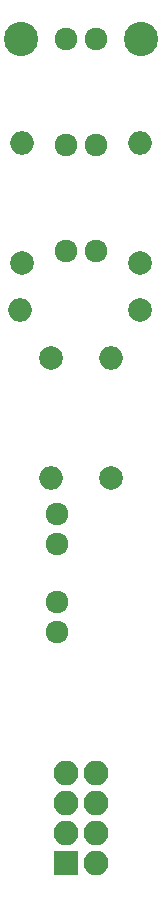
<source format=gts>
G04 #@! TF.FileFunction,Soldermask,Top*
%FSLAX46Y46*%
G04 Gerber Fmt 4.6, Leading zero omitted, Abs format (unit mm)*
G04 Created by KiCad (PCBNEW 4.0.6-e0-6349~53~ubuntu16.04.1) date Mon Apr 24 10:41:46 2017*
%MOMM*%
%LPD*%
G01*
G04 APERTURE LIST*
%ADD10C,0.100000*%
%ADD11R,2.100000X2.100000*%
%ADD12O,2.100000X2.100000*%
%ADD13C,2.899360*%
%ADD14C,2.000000*%
%ADD15O,2.000000X2.000000*%
%ADD16C,1.924000*%
G04 APERTURE END LIST*
D10*
D11*
X2730000Y2190000D03*
D12*
X5270000Y2190000D03*
X2730000Y4730000D03*
X5270000Y4730000D03*
X2730000Y7270000D03*
X5270000Y7270000D03*
X2730000Y9810000D03*
X5270000Y9810000D03*
D13*
X9080000Y72000000D03*
X-1080000Y72000000D03*
D14*
X9000000Y53000000D03*
D15*
X9000000Y63160000D03*
D14*
X-1000000Y53000000D03*
D15*
X-1000000Y63160000D03*
D14*
X9000000Y49000000D03*
D15*
X-1160000Y49000000D03*
D14*
X1500000Y45000000D03*
D15*
X1500000Y34840000D03*
D14*
X6500000Y34840000D03*
D15*
X6500000Y45000000D03*
D16*
X2730000Y72000000D03*
X5270000Y72000000D03*
X2730000Y63000000D03*
X5270000Y63000000D03*
X2730000Y54000000D03*
X5270000Y54000000D03*
X2000000Y31770000D03*
X2000000Y29230000D03*
X2000000Y24270000D03*
X2000000Y21730000D03*
M02*

</source>
